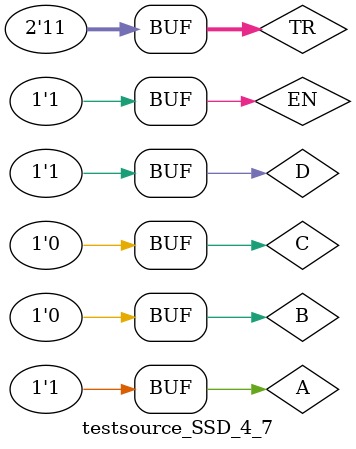
<source format=v>
`timescale 1ns / 1ps


module testsource_SSD_4_7;

	// Inputs
	reg A;
	reg B;
	reg C;
	reg D;
	reg EN;
	reg [1:0] TR;

	// Outputs
	wire [6:0] Y;
	wire [3:0] S;

	// Instantiate the Unit Under Test (UUT)
	source_SSD_4_7 uut (
		.A(A), 
		.B(B), 
		.C(C), 
		.D(D), 
		.EN(EN), 
		.TR(TR), 
		.Y(Y), 
		.S(S)
	);

	initial begin
		// Initialize Inputs
		A = 0;B = 0;C = 0;D = 0;EN = 0;TR = 0;
// Wait 100 ns for global reset to finish
		#100;
        // Add stimulus here
		#50 EN=1;
		#50 TR=2'b00;
		#50 TR=2'b01;
		#50 TR=2'b10;
		#50 TR=2'b11;
		#100 {D,C,B,A}=4'b0000;
		#100 {D,C,B,A}=4'b0001;
		#100 {D,C,B,A}=4'b0010;
		#100 {D,C,B,A}=4'b0011;
		#100 {D,C,B,A}=4'b0100;
		#100 {D,C,B,A}=4'b0101;
		#100 {D,C,B,A}=4'b0110;
		#100 {D,C,B,A}=4'b0111;
		#100 {D,C,B,A}=4'b1000;
		#100 {D,C,B,A}=4'b1001;;
		end
  endmodule

</source>
